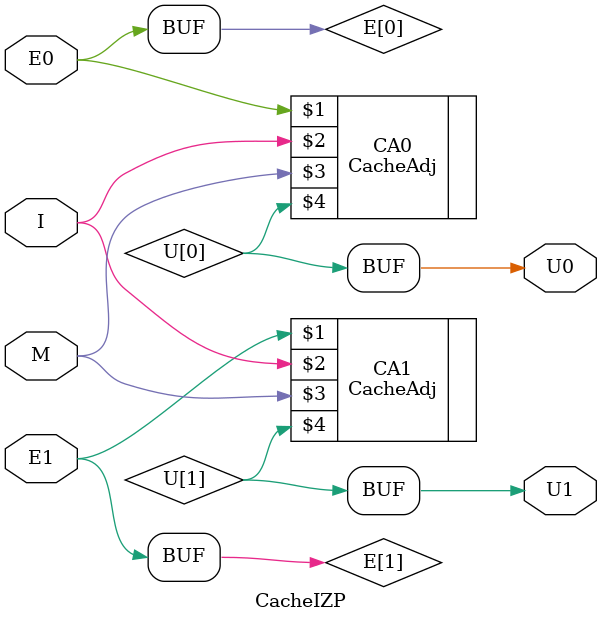
<source format=v>
`timescale 1ns / 1ps


module CacheIZP (input E0,E1,I,M,output U0,U1);
wire E [0:1];
wire U [0:1];

assign E[0] = E0;
assign E[1] = E1; 

CacheAdj CA0 (E[0],I,M,U[0]);
CacheAdj CA1 (E[1],I,M,U[1]);

assign U0 = U[0];
assign U1 = U[1];

endmodule


</source>
